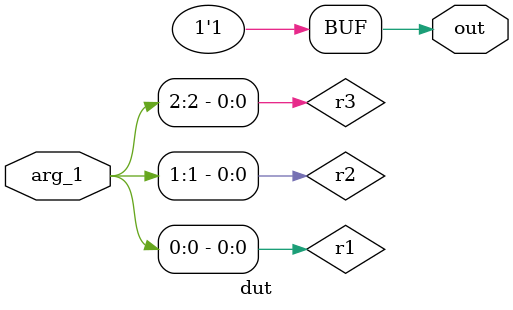
<source format=v>
module testbench();
    wire [0:0] out;
    reg [0:0] arg_0;
    reg [2:0] arg_1;
    dut t (.out(out),.arg_1(arg_1));
    initial begin
        arg_1 = 3'b000;
        #0;
        if (1'b1 !== out) begin
            $display("ASSERTION FAILED 0x%0h !== 0x%0h CASE 0", 1'b1, out);
            $finish;
        end
        arg_1 = 3'b001;
        #0;
        if (1'b1 !== out) begin
            $display("ASSERTION FAILED 0x%0h !== 0x%0h CASE 1", 1'b1, out);
            $finish;
        end
        arg_1 = 3'b010;
        #0;
        if (1'b1 !== out) begin
            $display("ASSERTION FAILED 0x%0h !== 0x%0h CASE 2", 1'b1, out);
            $finish;
        end
        arg_1 = 3'b011;
        #0;
        if (1'b1 !== out) begin
            $display("ASSERTION FAILED 0x%0h !== 0x%0h CASE 3", 1'b1, out);
            $finish;
        end
        arg_1 = 3'b100;
        #0;
        if (1'b1 !== out) begin
            $display("ASSERTION FAILED 0x%0h !== 0x%0h CASE 4", 1'b1, out);
            $finish;
        end
        arg_1 = 3'b101;
        #0;
        if (1'b1 !== out) begin
            $display("ASSERTION FAILED 0x%0h !== 0x%0h CASE 5", 1'b1, out);
            $finish;
        end
        arg_1 = 3'b110;
        #0;
        if (1'b1 !== out) begin
            $display("ASSERTION FAILED 0x%0h !== 0x%0h CASE 6", 1'b1, out);
            $finish;
        end
        arg_1 = 3'b111;
        #0;
        if (1'b1 !== out) begin
            $display("ASSERTION FAILED 0x%0h !== 0x%0h CASE 7", 1'b1, out);
            $finish;
        end
        $display("TESTBENCH OK", );
        $finish;
    end
endmodule
//
module dut(input wire [2:0] arg_1, output reg [0:0] out);
    reg [0:0] r1;
    reg [0:0] r2;
    reg [0:0] r3;
    initial begin
        r1 = arg_1[0];
        r2 = arg_1[1];
        r3 = arg_1[2];
        // (signal(true), d, )
        //
        out = { 1'b1 };
    end
endmodule

</source>
